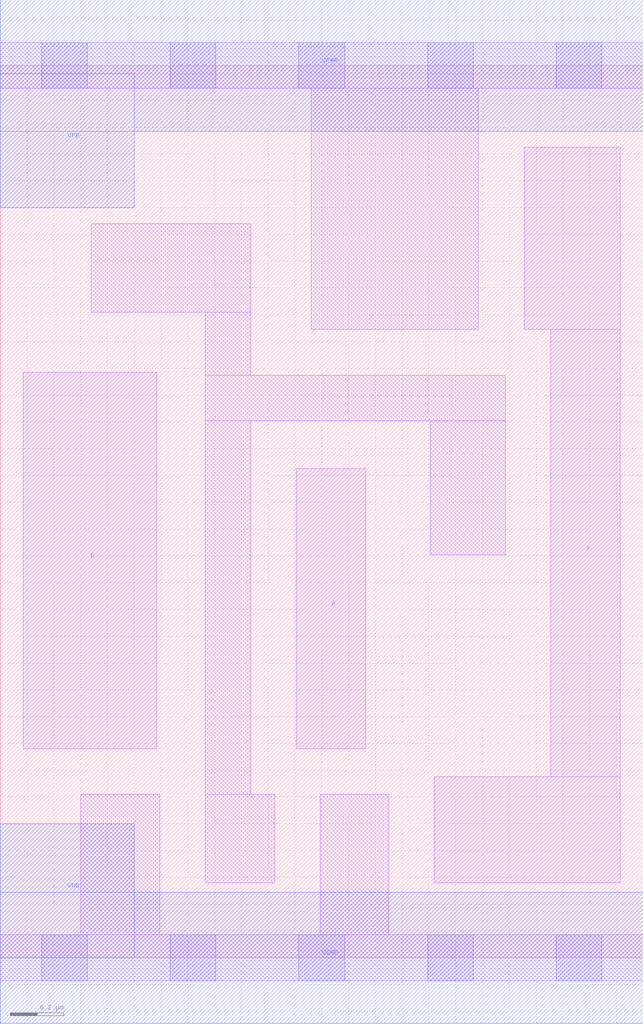
<source format=lef>
# Copyright 2020 The SkyWater PDK Authors
#
# Licensed under the Apache License, Version 2.0 (the "License");
# you may not use this file except in compliance with the License.
# You may obtain a copy of the License at
#
#     https://www.apache.org/licenses/LICENSE-2.0
#
# Unless required by applicable law or agreed to in writing, software
# distributed under the License is distributed on an "AS IS" BASIS,
# WITHOUT WARRANTIES OR CONDITIONS OF ANY KIND, either express or implied.
# See the License for the specific language governing permissions and
# limitations under the License.
#
# SPDX-License-Identifier: Apache-2.0

VERSION 5.5 ;
NAMESCASESENSITIVE ON ;
BUSBITCHARS "[]" ;
DIVIDERCHAR "/" ;
MACRO sky130_fd_sc_lp__or2_0
  CLASS CORE ;
  SOURCE USER ;
  ORIGIN  0.000000  0.000000 ;
  SIZE  2.400000 BY  3.330000 ;
  SYMMETRY X Y R90 ;
  SITE unit ;
  PIN A
    ANTENNAGATEAREA  0.126000 ;
    DIRECTION INPUT ;
    USE SIGNAL ;
    PORT
      LAYER li1 ;
        RECT 1.105000 0.780000 1.365000 1.825000 ;
    END
  END A
  PIN B
    ANTENNAGATEAREA  0.126000 ;
    DIRECTION INPUT ;
    USE SIGNAL ;
    PORT
      LAYER li1 ;
        RECT 0.085000 0.780000 0.585000 2.185000 ;
    END
  END B
  PIN X
    ANTENNADIFFAREA  0.280900 ;
    DIRECTION OUTPUT ;
    USE SIGNAL ;
    PORT
      LAYER li1 ;
        RECT 1.620000 0.280000 2.315000 0.675000 ;
        RECT 1.955000 2.345000 2.315000 3.025000 ;
        RECT 2.055000 0.675000 2.315000 2.345000 ;
    END
  END X
  PIN VGND
    DIRECTION INOUT ;
    USE GROUND ;
    PORT
      LAYER met1 ;
        RECT 0.000000 -0.245000 2.400000 0.245000 ;
    END
  END VGND
  PIN VNB
    DIRECTION INOUT ;
    USE GROUND ;
    PORT
      LAYER met1 ;
        RECT 0.000000 0.000000 0.500000 0.500000 ;
    END
  END VNB
  PIN VPB
    DIRECTION INOUT ;
    USE POWER ;
    PORT
      LAYER met1 ;
        RECT 0.000000 2.800000 0.500000 3.300000 ;
    END
  END VPB
  PIN VPWR
    DIRECTION INOUT ;
    USE POWER ;
    PORT
      LAYER met1 ;
        RECT 0.000000 3.085000 2.400000 3.575000 ;
    END
  END VPWR
  OBS
    LAYER li1 ;
      RECT 0.000000 -0.085000 2.400000 0.085000 ;
      RECT 0.000000  3.245000 2.400000 3.415000 ;
      RECT 0.300000  0.085000 0.595000 0.610000 ;
      RECT 0.340000  2.410000 0.935000 2.740000 ;
      RECT 0.765000  0.280000 1.025000 0.610000 ;
      RECT 0.765000  0.610000 0.935000 2.005000 ;
      RECT 0.765000  2.005000 1.885000 2.175000 ;
      RECT 0.765000  2.175000 0.935000 2.410000 ;
      RECT 1.160000  2.345000 1.785000 3.245000 ;
      RECT 1.195000  0.085000 1.450000 0.610000 ;
      RECT 1.605000  1.505000 1.885000 2.005000 ;
    LAYER mcon ;
      RECT 0.155000 -0.085000 0.325000 0.085000 ;
      RECT 0.155000  3.245000 0.325000 3.415000 ;
      RECT 0.635000 -0.085000 0.805000 0.085000 ;
      RECT 0.635000  3.245000 0.805000 3.415000 ;
      RECT 1.115000 -0.085000 1.285000 0.085000 ;
      RECT 1.115000  3.245000 1.285000 3.415000 ;
      RECT 1.595000 -0.085000 1.765000 0.085000 ;
      RECT 1.595000  3.245000 1.765000 3.415000 ;
      RECT 2.075000 -0.085000 2.245000 0.085000 ;
      RECT 2.075000  3.245000 2.245000 3.415000 ;
  END
END sky130_fd_sc_lp__or2_0

</source>
